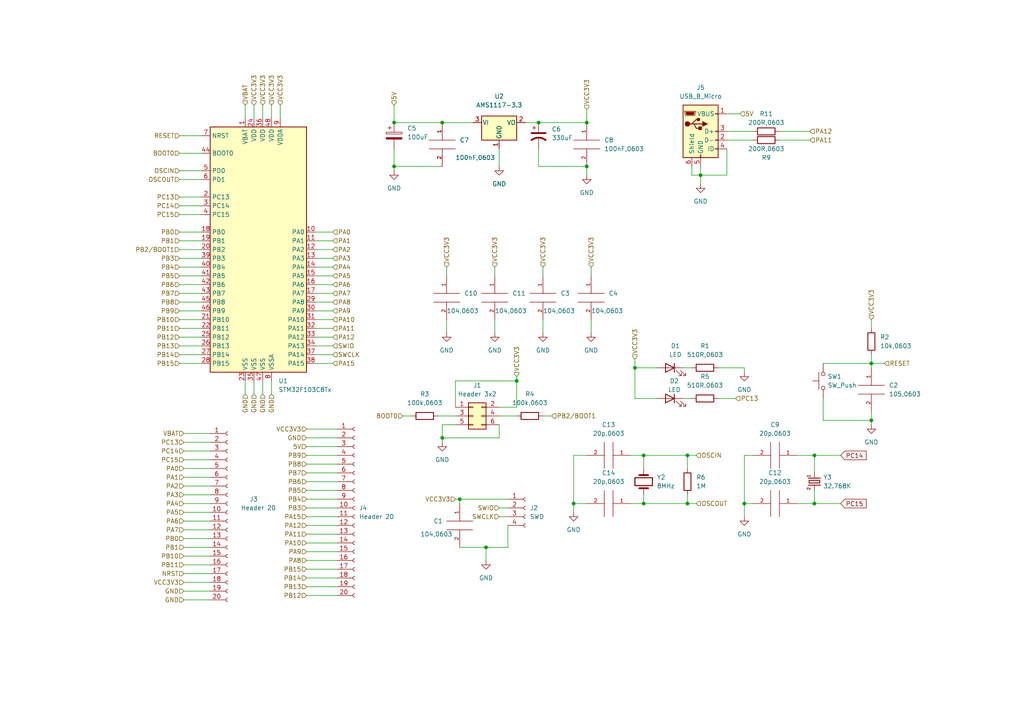
<source format=kicad_sch>
(kicad_sch (version 20211123) (generator eeschema)
  (paper "A4")
  (title_block (title "STM32 clone") (date "2022-02-02") (rev "V1") (comment 1 "Wahyu Saputro"))
  (lib_symbols
    (symbol "Connector:Conn_01x04_Female" (pin_names (offset 1.016) hide)
      (property "Reference" "J" (at 0 5.08 0))
      (property "Value" "Conn_01x04_Female" (at 0 -7.62 0))
      (symbol "Conn_01x04_Female_1_1"
        (arc (start 0 -4.572) (mid -0.508 -5.08) (end 0 -5.588) (stroke (width 0.1524)))
        (arc (start 0 -2.032) (mid -0.508 -2.54) (end 0 -3.048) (stroke (width 0.1524)))
        (polyline (pts (xy -1.27 -5.08) (xy -0.508 -5.08)) (stroke (width 0.1524)))
        (polyline (pts (xy -1.27 -2.54) (xy -0.508 -2.54)) (stroke (width 0.1524)))
        (polyline (pts (xy -1.27 0) (xy -0.508 0)) (stroke (width 0.1524)))
        (polyline (pts (xy -1.27 2.54) (xy -0.508 2.54)) (stroke (width 0.1524)))
        (arc (start 0 0.508) (mid -0.508 0) (end 0 -0.508) (stroke (width 0.1524)))
        (arc (start 0 3.048) (mid -0.508 2.54) (end 0 2.032) (stroke (width 0.1524)))
        (pin passive line (at -5.08 2.54 0) (length 3.81) (name "Pin_1") (number "1"))
        (pin passive line (at -5.08 0 0) (length 3.81) (name "Pin_2") (number "2"))
        (pin passive line (at -5.08 -2.54 0) (length 3.81) (name "Pin_3") (number "3"))
        (pin passive line (at -5.08 -5.08 0) (length 3.81) (name "Pin_4") (number "4"))
      )
    )
    (symbol "Connector:Conn_01x20_Female" (pin_names (offset 1.016) hide)
      (property "Reference" "J" (at 0 25.4 0))
      (property "Value" "Conn_01x20_Female" (at 0 -27.94 0))
      (symbol "Conn_01x20_Female_1_1"
        (arc (start 0 -24.892) (mid -0.508 -25.4) (end 0 -25.908) (stroke (width 0.1524)))
        (arc (start 0 -22.352) (mid -0.508 -22.86) (end 0 -23.368) (stroke (width 0.1524)))
        (arc (start 0 -19.812) (mid -0.508 -20.32) (end 0 -20.828) (stroke (width 0.1524)))
        (arc (start 0 -17.272) (mid -0.508 -17.78) (end 0 -18.288) (stroke (width 0.1524)))
        (arc (start 0 -14.732) (mid -0.508 -15.24) (end 0 -15.748) (stroke (width 0.1524)))
        (arc (start 0 -12.192) (mid -0.508 -12.7) (end 0 -13.208) (stroke (width 0.1524)))
        (arc (start 0 -9.652) (mid -0.508 -10.16) (end 0 -10.668) (stroke (width 0.1524)))
        (arc (start 0 -7.112) (mid -0.508 -7.62) (end 0 -8.128) (stroke (width 0.1524)))
        (arc (start 0 -4.572) (mid -0.508 -5.08) (end 0 -5.588) (stroke (width 0.1524)))
        (arc (start 0 -2.032) (mid -0.508 -2.54) (end 0 -3.048) (stroke (width 0.1524)))
        (polyline (pts (xy -1.27 -25.4) (xy -0.508 -25.4)) (stroke (width 0.1524)))
        (polyline (pts (xy -1.27 -22.86) (xy -0.508 -22.86)) (stroke (width 0.1524)))
        (polyline (pts (xy -1.27 -20.32) (xy -0.508 -20.32)) (stroke (width 0.1524)))
        (polyline (pts (xy -1.27 -17.78) (xy -0.508 -17.78)) (stroke (width 0.1524)))
        (polyline (pts (xy -1.27 -15.24) (xy -0.508 -15.24)) (stroke (width 0.1524)))
        (polyline (pts (xy -1.27 -12.7) (xy -0.508 -12.7)) (stroke (width 0.1524)))
        (polyline (pts (xy -1.27 -10.16) (xy -0.508 -10.16)) (stroke (width 0.1524)))
        (polyline (pts (xy -1.27 -7.62) (xy -0.508 -7.62)) (stroke (width 0.1524)))
        (polyline (pts (xy -1.27 -5.08) (xy -0.508 -5.08)) (stroke (width 0.1524)))
        (polyline (pts (xy -1.27 -2.54) (xy -0.508 -2.54)) (stroke (width 0.1524)))
        (polyline (pts (xy -1.27 0) (xy -0.508 0)) (stroke (width 0.1524)))
        (polyline (pts (xy -1.27 2.54) (xy -0.508 2.54)) (stroke (width 0.1524)))
        (polyline (pts (xy -1.27 5.08) (xy -0.508 5.08)) (stroke (width 0.1524)))
        (polyline (pts (xy -1.27 7.62) (xy -0.508 7.62)) (stroke (width 0.1524)))
        (polyline (pts (xy -1.27 10.16) (xy -0.508 10.16)) (stroke (width 0.1524)))
        (polyline (pts (xy -1.27 12.7) (xy -0.508 12.7)) (stroke (width 0.1524)))
        (polyline (pts (xy -1.27 15.24) (xy -0.508 15.24)) (stroke (width 0.1524)))
        (polyline (pts (xy -1.27 17.78) (xy -0.508 17.78)) (stroke (width 0.1524)))
        (polyline (pts (xy -1.27 20.32) (xy -0.508 20.32)) (stroke (width 0.1524)))
        (polyline (pts (xy -1.27 22.86) (xy -0.508 22.86)) (stroke (width 0.1524)))
        (arc (start 0 0.508) (mid -0.508 0) (end 0 -0.508) (stroke (width 0.1524)))
        (arc (start 0 3.048) (mid -0.508 2.54) (end 0 2.032) (stroke (width 0.1524)))
        (arc (start 0 5.588) (mid -0.508 5.08) (end 0 4.572) (stroke (width 0.1524)))
        (arc (start 0 8.128) (mid -0.508 7.62) (end 0 7.112) (stroke (width 0.1524)))
        (arc (start 0 10.668) (mid -0.508 10.16) (end 0 9.652) (stroke (width 0.1524)))
        (arc (start 0 13.208) (mid -0.508 12.7) (end 0 12.192) (stroke (width 0.1524)))
        (arc (start 0 15.748) (mid -0.508 15.24) (end 0 14.732) (stroke (width 0.1524)))
        (arc (start 0 18.288) (mid -0.508 17.78) (end 0 17.272) (stroke (width 0.1524)))
        (arc (start 0 20.828) (mid -0.508 20.32) (end 0 19.812) (stroke (width 0.1524)))
        (arc (start 0 23.368) (mid -0.508 22.86) (end 0 22.352) (stroke (width 0.1524)))
        (pin passive line (at -5.08 22.86 0) (length 3.81) (name "Pin_1") (number "1"))
        (pin passive line (at -5.08 0 0) (length 3.81) (name "Pin_10") (number "10"))
        (pin passive line (at -5.08 -2.54 0) (length 3.81) (name "Pin_11") (number "11"))
        (pin passive line (at -5.08 -5.08 0) (length 3.81) (name "Pin_12") (number "12"))
        (pin passive line (at -5.08 -7.62 0) (length 3.81) (name "Pin_13") (number "13"))
        (pin passive line (at -5.08 -10.16 0) (length 3.81) (name "Pin_14") (number "14"))
        (pin passive line (at -5.08 -12.7 0) (length 3.81) (name "Pin_15") (number "15"))
        (pin passive line (at -5.08 -15.24 0) (length 3.81) (name "Pin_16") (number "16"))
        (pin passive line (at -5.08 -17.78 0) (length 3.81) (name "Pin_17") (number "17"))
        (pin passive line (at -5.08 -20.32 0) (length 3.81) (name "Pin_18") (number "18"))
        (pin passive line (at -5.08 -22.86 0) (length 3.81) (name "Pin_19") (number "19"))
        (pin passive line (at -5.08 20.32 0) (length 3.81) (name "Pin_2") (number "2"))
        (pin passive line (at -5.08 -25.4 0) (length 3.81) (name "Pin_20") (number "20"))
        (pin passive line (at -5.08 17.78 0) (length 3.81) (name "Pin_3") (number "3"))
        (pin passive line (at -5.08 15.24 0) (length 3.81) (name "Pin_4") (number "4"))
        (pin passive line (at -5.08 12.7 0) (length 3.81) (name "Pin_5") (number "5"))
        (pin passive line (at -5.08 10.16 0) (length 3.81) (name "Pin_6") (number "6"))
        (pin passive line (at -5.08 7.62 0) (length 3.81) (name "Pin_7") (number "7"))
        (pin passive line (at -5.08 5.08 0) (length 3.81) (name "Pin_8") (number "8"))
        (pin passive line (at -5.08 2.54 0) (length 3.81) (name "Pin_9") (number "9"))
      )
    )
    (symbol "Connector:USB_B_Micro" (pin_names (offset 1.016))
      (property "Reference" "J" (at -5.08 11.43 0))
      (property "Value" "USB_B_Micro" (at -5.08 8.89 0))
      (symbol "USB_B_Micro_0_1"
        (rectangle (start -5.08 -7.62) (end 5.08 7.62) (stroke (width 0.254)) (fill (type background)))
        (circle (center -3.81 2.159) (radius 0.635) (stroke (width 0.254)) (fill (type outline)))
        (circle (center -0.635 3.429) (radius 0.381) (stroke (width 0.254)) (fill (type outline)))
        (rectangle (start -0.127 -7.62) (end 0.127 -6.858))
        (polyline (pts (xy -1.905 2.159) (xy 0.635 2.159)) (stroke (width 0.254)))
        (polyline (pts (xy -3.175 2.159) (xy -2.54 2.159) (xy -1.27 3.429) (xy -0.635 3.429)) (stroke (width 0.254)))
        (polyline (pts (xy -2.54 2.159) (xy -1.905 2.159) (xy -1.27 0.889) (xy 0 0.889)) (stroke (width 0.254)))
        (polyline (pts (xy 0.635 2.794) (xy 0.635 1.524) (xy 1.905 2.159) (xy 0.635 2.794)) (stroke (width 0.254)) (fill (type outline)))
        (polyline (pts (xy -4.318 5.588) (xy -1.778 5.588) (xy -2.032 4.826) (xy -4.064 4.826) (xy -4.318 5.588)) (fill (type outline)))
        (polyline (pts (xy -4.699 5.842) (xy -4.699 5.588) (xy -4.445 4.826) (xy -4.445 4.572) (xy -1.651 4.572) (xy -1.651 4.826) (xy -1.397 5.588) (xy -1.397 5.842) (xy -4.699 5.842)))
        (rectangle (start 0.254 1.27) (end -0.508 0.508) (stroke (width 0.254)) (fill (type outline)))
        (rectangle (start 5.08 -5.207) (end 4.318 -4.953))
        (rectangle (start 5.08 -2.667) (end 4.318 -2.413))
        (rectangle (start 5.08 -0.127) (end 4.318 0.127))
        (rectangle (start 5.08 4.953) (end 4.318 5.207))
      )
      (symbol "USB_B_Micro_1_1"
        (pin power_out line (at 7.62 5.08 180) (length 2.54) (name "VBUS") (number "1"))
        (pin bidirectional line (at 7.62 -2.54 180) (length 2.54) (name "D-") (number "2"))
        (pin bidirectional line (at 7.62 0 180) (length 2.54) (name "D+") (number "3"))
        (pin passive line (at 7.62 -5.08 180) (length 2.54) (name "ID") (number "4"))
        (pin power_out line (at 0 -10.16 90) (length 2.54) (name "GND") (number "5"))
        (pin passive line (at -2.54 -10.16 90) (length 2.54) (name "Shield") (number "6"))
      )
    )
    (symbol "Connector_Generic:Conn_02x03_Odd_Even" (pin_names (offset 1.016) hide)
      (property "Reference" "J" (at 1.27 5.08 0))
      (property "Value" "Conn_02x03_Odd_Even" (at 1.27 -5.08 0))
      (symbol "Conn_02x03_Odd_Even_1_1"
        (rectangle (start -1.27 -2.413) (end 0 -2.667) (stroke (width 0.1524)))
        (rectangle (start -1.27 0.127) (end 0 -0.127) (stroke (width 0.1524)))
        (rectangle (start -1.27 2.667) (end 0 2.413) (stroke (width 0.1524)))
        (rectangle (start -1.27 3.81) (end 3.81 -3.81) (stroke (width 0.254)) (fill (type background)))
        (rectangle (start 3.81 -2.413) (end 2.54 -2.667) (stroke (width 0.1524)))
        (rectangle (start 3.81 0.127) (end 2.54 -0.127) (stroke (width 0.1524)))
        (rectangle (start 3.81 2.667) (end 2.54 2.413) (stroke (width 0.1524)))
        (pin passive line (at -5.08 2.54 0) (length 3.81) (name "Pin_1") (number "1"))
        (pin passive line (at 7.62 2.54 180) (length 3.81) (name "Pin_2") (number "2"))
        (pin passive line (at -5.08 0 0) (length 3.81) (name "Pin_3") (number "3"))
        (pin passive line (at 7.62 0 180) (length 3.81) (name "Pin_4") (number "4"))
        (pin passive line (at -5.08 -2.54 0) (length 3.81) (name "Pin_5") (number "5"))
        (pin passive line (at 7.62 -2.54 180) (length 3.81) (name "Pin_6") (number "6"))
      )
    )
    (symbol "Device:C_Polarized" (pin_numbers hide) (pin_names (offset 0.254))
      (property "Reference" "C" (at 0.635 2.54 0))
      (property "Value" "C_Polarized" (at 0.635 -2.54 0))
      (symbol "C_Polarized_0_1"
        (rectangle (start -2.286 0.508) (end 2.286 1.016))
        (polyline (pts (xy -1.778 2.286) (xy -0.762 2.286)))
        (polyline (pts (xy -1.27 2.794) (xy -1.27 1.778)))
        (rectangle (start 2.286 -0.508) (end -2.286 -1.016) (fill (type outline)))
      )
      (symbol "C_Polarized_1_1"
        (pin passive line (at 0 3.81 270) (length 2.794) (name "~") (number "1"))
        (pin passive line (at 0 -3.81 90) (length 2.794) (name "~") (number "2"))
      )
    )
    (symbol "Device:C_Polarized_US" (pin_numbers hide) (pin_names (offset 0.254) hide)
      (property "Reference" "C" (at 0.635 2.54 0))
      (property "Value" "C_Polarized_US" (at 0.635 -2.54 0))
      (symbol "C_Polarized_US_0_1"
        (polyline (pts (xy -2.032 0.762) (xy 2.032 0.762)) (stroke (width 0.508)))
        (polyline (pts (xy -1.778 2.286) (xy -0.762 2.286)))
        (polyline (pts (xy -1.27 1.778) (xy -1.27 2.794)))
        (arc (start 2.032 -1.27) (mid 0 -0.5572) (end -2.032 -1.27) (stroke (width 0.508)))
      )
      (symbol "C_Polarized_US_1_1"
        (pin passive line (at 0 3.81 270) (length 2.794) (name "~") (number "1"))
        (pin passive line (at 0 -3.81 90) (length 3.302) (name "~") (number "2"))
      )
    )
    (symbol "Device:Crystal" (pin_numbers hide) (pin_names (offset 1.016) hide)
      (property "Reference" "Y" (at 0 3.81 0))
      (property "Value" "Crystal" (at 0 -3.81 0))
      (symbol "Crystal_0_1"
        (rectangle (start -1.143 2.54) (end 1.143 -2.54) (stroke (width 0.3048)))
        (polyline (pts (xy -2.54 0) (xy -1.905 0)))
        (polyline (pts (xy -1.905 -1.27) (xy -1.905 1.27)) (stroke (width 0.508)))
        (polyline (pts (xy 1.905 -1.27) (xy 1.905 1.27)) (stroke (width 0.508)))
        (polyline (pts (xy 2.54 0) (xy 1.905 0)))
      )
      (symbol "Crystal_1_1"
        (pin passive line (at -3.81 0 0) (length 1.27) (name "1") (number "1"))
        (pin passive line (at 3.81 0 180) (length 1.27) (name "2") (number "2"))
      )
    )
    (symbol "Device:LED" (pin_numbers hide) (pin_names (offset 1.016) hide)
      (property "Reference" "D" (at 0 2.54 0))
      (property "Value" "LED" (at 0 -2.54 0))
      (symbol "LED_0_1"
        (polyline (pts (xy -1.27 -1.27) (xy -1.27 1.27)) (stroke (width 0.254)))
        (polyline (pts (xy -1.27 0) (xy 1.27 0)))
        (polyline (pts (xy 1.27 -1.27) (xy 1.27 1.27) (xy -1.27 0) (xy 1.27 -1.27)) (stroke (width 0.254)))
        (polyline (pts (xy -3.048 -0.762) (xy -4.572 -2.286) (xy -3.81 -2.286) (xy -4.572 -2.286) (xy -4.572 -1.524)))
        (polyline (pts (xy -1.778 -0.762) (xy -3.302 -2.286) (xy -2.54 -2.286) (xy -3.302 -2.286) (xy -3.302 -1.524)))
      )
      (symbol "LED_1_1"
        (pin passive line (at -3.81 0 0) (length 2.54) (name "K") (number "1"))
        (pin passive line (at 3.81 0 180) (length 2.54) (name "A") (number "2"))
      )
    )
    (symbol "Device:R" (pin_numbers hide) (pin_names (offset 0))
      (property "Reference" "R" (at 2.032 0 90))
      (property "Value" "R" (at 0 0 90))
      (symbol "R_0_1"
        (rectangle (start -1.016 -2.54) (end 1.016 2.54) (stroke (width 0.254)))
      )
      (symbol "R_1_1"
        (pin passive line (at 0 3.81 270) (length 1.27) (name "~") (number "1"))
        (pin passive line (at 0 -3.81 90) (length 1.27) (name "~") (number "2"))
      )
    )
    (symbol "MC-306:MC-306" (pin_numbers hide) (pin_names (offset 1.016) hide)
      (property "Reference" "Q" (at 2.54 1.016 0))
      (property "Value" "MC-306" (at 2.54 -2.54 0))
      (symbol "MC-306_0_0"
        (polyline (pts (xy -2.54 0) (xy -1.016 0)) (stroke (width 0.1524)))
        (polyline (pts (xy -1.016 1.778) (xy -1.016 -1.778)) (stroke (width 0.254)))
        (polyline (pts (xy -0.381 -1.524) (xy 0.381 -1.524)) (stroke (width 0.254)))
        (polyline (pts (xy -0.381 1.524) (xy -0.381 -1.524)) (stroke (width 0.254)))
        (polyline (pts (xy 0.381 -1.524) (xy 0.381 1.524)) (stroke (width 0.254)))
        (polyline (pts (xy 0.381 1.524) (xy -0.381 1.524)) (stroke (width 0.254)))
        (polyline (pts (xy 1.016 0) (xy 2.54 0)) (stroke (width 0.1524)))
        (polyline (pts (xy 1.016 1.778) (xy 1.016 -1.778)) (stroke (width 0.254)))
        (text "1" (at -2.159 -1.143 0) (effects (font (size 0.8636 0.8636)) (justify left bottom)))
        (text "2" (at 1.524 -1.143 0) (effects (font (size 0.8636 0.8636)) (justify left bottom)))
        (pin passive line (at -2.54 0 0) (length 0) (name "~") (number "1"))
        (pin passive line (at 2.54 0 180) (length 0) (name "~") (number "4"))
      )
    )
    (symbol "MCU_ST_STM32F1:STM32F103C8Tx"
      (property "Reference" "U" (at -15.24 36.83 0))
      (property "Value" "STM32F103C8Tx" (at 7.62 36.83 0))
      (symbol "STM32F103C8Tx_0_1"
        (rectangle (start -15.24 -35.56) (end 12.7 35.56) (stroke (width 0.254)) (fill (type background)))
      )
      (symbol "STM32F103C8Tx_1_1"
        (pin power_in line (at -5.08 38.1 270) (length 2.54) (name "VBAT") (number "1"))
        (pin bidirectional line (at 15.24 5.08 180) (length 2.54) (name "PA0") (number "10"))
        (pin bidirectional line (at 15.24 2.54 180) (length 2.54) (name "PA1") (number "11"))
        (pin bidirectional line (at 15.24 0 180) (length 2.54) (name "PA2") (number "12"))
        (pin bidirectional line (at 15.24 -2.54 180) (length 2.54) (name "PA3") (number "13"))
        (pin bidirectional line (at 15.24 -5.08 180) (length 2.54) (name "PA4") (number "14"))
        (pin bidirectional line (at 15.24 -7.62 180) (length 2.54) (name "PA5") (number "15"))
        (pin bidirectional line (at 15.24 -10.16 180) (length 2.54) (name "PA6") (number "16"))
        (pin bidirectional line (at 15.24 -12.7 180) (length 2.54) (name "PA7") (number "17"))
        (pin bidirectional line (at -17.78 5.08 0) (length 2.54) (name "PB0") (number "18"))
        (pin bidirectional line (at -17.78 2.54 0) (length 2.54) (name "PB1") (number "19"))
        (pin bidirectional line (at -17.78 15.24 0) (length 2.54) (name "PC13") (number "2"))
        (pin bidirectional line (at -17.78 0 0) (length 2.54) (name "PB2") (number "20"))
        (pin bidirectional line (at -17.78 -20.32 0) (length 2.54) (name "PB10") (number "21"))
        (pin bidirectional line (at -17.78 -22.86 0) (length 2.54) (name "PB11") (number "22"))
        (pin power_in line (at -5.08 -38.1 90) (length 2.54) (name "VSS") (number "23"))
        (pin power_in line (at -2.54 38.1 270) (length 2.54) (name "VDD") (number "24"))
        (pin bidirectional line (at -17.78 -25.4 0) (length 2.54) (name "PB12") (number "25"))
        (pin bidirectional line (at -17.78 -27.94 0) (length 2.54) (name "PB13") (number "26"))
        (pin bidirectional line (at -17.78 -30.48 0) (length 2.54) (name "PB14") (number "27"))
        (pin bidirectional line (at -17.78 -33.02 0) (length 2.54) (name "PB15") (number "28"))
        (pin bidirectional line (at 15.24 -15.24 180) (length 2.54) (name "PA8") (number "29"))
        (pin bidirectional line (at -17.78 12.7 0) (length 2.54) (name "PC14") (number "3"))
        (pin bidirectional line (at 15.24 -17.78 180) (length 2.54) (name "PA9") (number "30"))
        (pin bidirectional line (at 15.24 -20.32 180) (length 2.54) (name "PA10") (number "31"))
        (pin bidirectional line (at 15.24 -22.86 180) (length 2.54) (name "PA11") (number "32"))
        (pin bidirectional line (at 15.24 -25.4 180) (length 2.54) (name "PA12") (number "33"))
        (pin bidirectional line (at 15.24 -27.94 180) (length 2.54) (name "PA13") (number "34"))
        (pin power_in line (at -2.54 -38.1 90) (length 2.54) (name "VSS") (number "35"))
        (pin power_in line (at 0 38.1 270) (length 2.54) (name "VDD") (number "36"))
        (pin bidirectional line (at 15.24 -30.48 180) (length 2.54) (name "PA14") (number "37"))
        (pin bidirectional line (at 15.24 -33.02 180) (length 2.54) (name "PA15") (number "38"))
        (pin bidirectional line (at -17.78 -2.54 0) (length 2.54) (name "PB3") (number "39"))
        (pin bidirectional line (at -17.78 10.16 0) (length 2.54) (name "PC15") (number "4"))
        (pin bidirectional line (at -17.78 -5.08 0) (length 2.54) (name "PB4") (number "40"))
        (pin bidirectional line (at -17.78 -7.62 0) (length 2.54) (name "PB5") (number "41"))
        (pin bidirectional line (at -17.78 -10.16 0) (length 2.54) (name "PB6") (number "42"))
        (pin bidirectional line (at -17.78 -12.7 0) (length 2.54) (name "PB7") (number "43"))
        (pin input line (at -17.78 27.94 0) (length 2.54) (name "BOOT0") (number "44"))
        (pin bidirectional line (at -17.78 -15.24 0) (length 2.54) (name "PB8") (number "45"))
        (pin bidirectional line (at -17.78 -17.78 0) (length 2.54) (name "PB9") (number "46"))
        (pin power_in line (at 0 -38.1 90) (length 2.54) (name "VSS") (number "47"))
        (pin power_in line (at 2.54 38.1 270) (length 2.54) (name "VDD") (number "48"))
        (pin input line (at -17.78 22.86 0) (length 2.54) (name "PD0") (number "5"))
        (pin input line (at -17.78 20.32 0) (length 2.54) (name "PD1") (number "6"))
        (pin input line (at -17.78 33.02 0) (length 2.54) (name "NRST") (number "7"))
        (pin power_in line (at 2.54 -38.1 90) (length 2.54) (name "VSSA") (number "8"))
        (pin power_in line (at 5.08 38.1 270) (length 2.54) (name "VDDA") (number "9"))
      )
    )
    (symbol "Regulator_Linear:AMS1117-3.3" (pin_names (offset 0.254))
      (property "Reference" "U" (at -3.81 3.175 0))
      (property "Value" "AMS1117-3.3" (at 0 3.175 0))
      (symbol "AMS1117-3.3_0_1"
        (rectangle (start -5.08 -5.08) (end 5.08 1.905) (stroke (width 0.254)) (fill (type background)))
      )
      (symbol "AMS1117-3.3_1_1"
        (pin power_in line (at 0 -7.62 90) (length 2.54) (name "GND") (number "1"))
        (pin power_out line (at 7.62 0 180) (length 2.54) (name "VO") (number "2"))
        (pin power_in line (at -7.62 0 0) (length 2.54) (name "VI") (number "3"))
      )
    )
    (symbol "Switch:SW_Push" (pin_numbers hide) (pin_names (offset 1.016) hide)
      (property "Reference" "SW" (at 1.27 2.54 0))
      (property "Value" "SW_Push" (at 0 -1.524 0))
      (symbol "SW_Push_0_1"
        (circle (center -2.032 0) (radius 0.508))
        (polyline (pts (xy 0 1.27) (xy 0 3.048)))
        (polyline (pts (xy 2.54 1.27) (xy -2.54 1.27)))
        (circle (center 2.032 0) (radius 0.508))
        (pin passive line (at -5.08 0 0) (length 2.54) (name "1") (number "1"))
        (pin passive line (at 5.08 0 180) (length 2.54) (name "2") (number "2"))
      )
    )
    (symbol "power:GND" (power) (pin_names (offset 0))
      (property "Value" "GND" (at 0 -3.81 0))
      (symbol "GND_0_1"
        (polyline (pts (xy 0 0) (xy 0 -1.27) (xy 1.27 -1.27) (xy 0 -2.54) (xy -1.27 -1.27) (xy 0 -1.27)))
      )
      (symbol "GND_1_1"
        (pin power_in line (at 0 0 270) (length 0) hide (name "GND") (number "1"))
      )
    )
    (symbol "pspice:CAP" (pin_names (offset 0.254))
      (property "Reference" "C" (at 2.54 3.81 90))
      (property "Value" "CAP" (at 2.54 -3.81 90))
      (symbol "CAP_0_1"
        (polyline (pts (xy -3.81 -1.27) (xy 3.81 -1.27)))
        (polyline (pts (xy -3.81 1.27) (xy 3.81 1.27)))
      )
      (symbol "CAP_1_1"
        (pin passive line (at 0 6.35 270) (length 5.08) (name "~") (number "1"))
        (pin passive line (at 0 -6.35 90) (length 5.08) (name "~") (number "2"))
      )
    )
  )
  (junction (at 199.39 146.05))
  (junction (at 140.97 158.75))
  (junction (at 215.9 146.05))
  (junction (at 184.15 106.68))
  (junction (at 166.37 146.05))
  (junction (at 203.2 50.8))
  (junction (at 128.27 127))
  (junction (at 133.35 144.78))
  (junction (at 170.18 48.26))
  (junction (at 186.69 132.08))
  (junction (at 128.27 35.56))
  (junction (at 252.73 121.92))
  (junction (at 114.3 48.26))
  (junction (at 186.69 146.05))
  (junction (at 236.22 132.08))
  (junction (at 114.3 35.56))
  (junction (at 149.86 110.49))
  (junction (at 236.22 146.05))
  (junction (at 199.39 132.08))
  (junction (at 170.18 35.56))
  (junction (at 252.73 105.41))
  (junction (at 156.21 35.56))
  (wire (pts (xy 144.78 127) (xy 128.27 127)))
  (wire (pts (xy 52.07 77.47) (xy 58.42 77.47)))
  (wire (pts (xy 53.34 171.45) (xy 60.96 171.45)))
  (wire (pts (xy 88.9 142.24) (xy 97.79 142.24)))
  (wire (pts (xy 91.44 92.71) (xy 96.52 92.71)))
  (wire (pts (xy 114.3 48.26) (xy 114.3 49.53)))
  (wire (pts (xy 132.08 118.11) (xy 132.08 110.49)))
  (wire (pts (xy 203.2 50.8) (xy 203.2 53.34)))
  (wire (pts (xy 133.35 144.78) (xy 147.32 144.78)))
  (wire (pts (xy 132.08 144.78) (xy 133.35 144.78)))
  (wire (pts (xy 238.76 121.92) (xy 252.73 121.92)))
  (wire (pts (xy 252.73 105.41) (xy 252.73 106.68)))
  (wire (pts (xy 114.3 30.48) (xy 114.3 35.56)))
  (wire (pts (xy 208.28 115.57) (xy 213.36 115.57)))
  (wire (pts (xy 186.69 132.08) (xy 199.39 132.08)))
  (wire (pts (xy 53.34 133.35) (xy 60.96 133.35)))
  (wire (pts (xy 170.18 132.08) (xy 166.37 132.08)))
  (wire (pts (xy 52.07 52.07) (xy 58.42 52.07)))
  (wire (pts (xy 52.07 105.41) (xy 58.42 105.41)))
  (wire (pts (xy 53.34 153.67) (xy 60.96 153.67)))
  (wire (pts (xy 210.82 38.1) (xy 218.44 38.1)))
  (wire (pts (xy 53.34 158.75) (xy 60.96 158.75)))
  (wire (pts (xy 198.12 106.68) (xy 200.66 106.68)))
  (wire (pts (xy 166.37 132.08) (xy 166.37 146.05)))
  (wire (pts (xy 170.18 48.26) (xy 156.21 48.26)))
  (wire (pts (xy 182.88 146.05) (xy 186.69 146.05)))
  (wire (pts (xy 88.9 162.56) (xy 97.79 162.56)))
  (wire (pts (xy 170.18 48.26) (xy 170.18 50.8)))
  (wire (pts (xy 52.07 59.69) (xy 58.42 59.69)))
  (wire (pts (xy 91.44 95.25) (xy 96.52 95.25)))
  (wire (pts (xy 76.2 30.48) (xy 76.2 34.29)))
  (wire (pts (xy 132.08 123.19) (xy 128.27 123.19)))
  (wire (pts (xy 52.07 97.79) (xy 58.42 97.79)))
  (wire (pts (xy 52.07 69.85) (xy 58.42 69.85)))
  (wire (pts (xy 91.44 105.41) (xy 96.52 105.41)))
  (wire (pts (xy 52.07 102.87) (xy 58.42 102.87)))
  (wire (pts (xy 144.78 118.11) (xy 149.86 118.11)))
  (wire (pts (xy 170.18 31.75) (xy 170.18 35.56)))
  (wire (pts (xy 199.39 143.51) (xy 199.39 146.05)))
  (wire (pts (xy 210.82 40.64) (xy 218.44 40.64)))
  (wire (pts (xy 88.9 132.08) (xy 97.79 132.08)))
  (wire (pts (xy 182.88 132.08) (xy 186.69 132.08)))
  (wire (pts (xy 88.9 172.72) (xy 97.79 172.72)))
  (wire (pts (xy 52.07 90.17) (xy 58.42 90.17)))
  (wire (pts (xy 78.74 30.48) (xy 78.74 34.29)))
  (wire (pts (xy 88.9 165.1) (xy 97.79 165.1)))
  (wire (pts (xy 52.07 72.39) (xy 58.42 72.39)))
  (wire (pts (xy 129.54 92.71) (xy 129.54 96.52)))
  (wire (pts (xy 52.07 85.09) (xy 58.42 85.09)))
  (wire (pts (xy 215.9 146.05) (xy 218.44 146.05)))
  (wire (pts (xy 52.07 62.23) (xy 58.42 62.23)))
  (wire (pts (xy 166.37 146.05) (xy 166.37 148.59)))
  (wire (pts (xy 53.34 128.27) (xy 60.96 128.27)))
  (wire (pts (xy 128.27 48.26) (xy 114.3 48.26)))
  (wire (pts (xy 238.76 115.57) (xy 238.76 121.92)))
  (wire (pts (xy 88.9 152.4) (xy 97.79 152.4)))
  (wire (pts (xy 200.66 48.26) (xy 200.66 50.8)))
  (wire (pts (xy 52.07 49.53) (xy 58.42 49.53)))
  (wire (pts (xy 91.44 90.17) (xy 96.52 90.17)))
  (wire (pts (xy 252.73 92.71) (xy 252.73 95.25)))
  (wire (pts (xy 171.45 92.71) (xy 171.45 96.52)))
  (wire (pts (xy 53.34 143.51) (xy 60.96 143.51)))
  (wire (pts (xy 88.9 170.18) (xy 97.79 170.18)))
  (wire (pts (xy 199.39 132.08) (xy 199.39 135.89)))
  (wire (pts (xy 91.44 82.55) (xy 96.52 82.55)))
  (wire (pts (xy 149.86 118.11) (xy 149.86 110.49)))
  (wire (pts (xy 91.44 67.31) (xy 96.52 67.31)))
  (wire (pts (xy 91.44 80.01) (xy 96.52 80.01)))
  (wire (pts (xy 88.9 139.7) (xy 97.79 139.7)))
  (wire (pts (xy 236.22 146.05) (xy 243.84 146.05)))
  (wire (pts (xy 143.51 92.71) (xy 143.51 96.52)))
  (wire (pts (xy 71.12 30.48) (xy 71.12 34.29)))
  (wire (pts (xy 236.22 142.24) (xy 236.22 146.05)))
  (wire (pts (xy 52.07 100.33) (xy 58.42 100.33)))
  (wire (pts (xy 52.07 80.01) (xy 58.42 80.01)))
  (wire (pts (xy 78.74 110.49) (xy 78.74 114.3)))
  (wire (pts (xy 156.21 48.26) (xy 156.21 43.18)))
  (wire (pts (xy 226.06 40.64) (xy 234.95 40.64)))
  (wire (pts (xy 144.78 147.32) (xy 147.32 147.32)))
  (wire (pts (xy 91.44 74.93) (xy 96.52 74.93)))
  (wire (pts (xy 88.9 157.48) (xy 97.79 157.48)))
  (wire (pts (xy 91.44 100.33) (xy 96.52 100.33)))
  (wire (pts (xy 91.44 87.63) (xy 96.52 87.63)))
  (wire (pts (xy 53.34 156.21) (xy 60.96 156.21)))
  (wire (pts (xy 52.07 57.15) (xy 58.42 57.15)))
  (wire (pts (xy 88.9 127) (xy 97.79 127)))
  (wire (pts (xy 133.35 158.75) (xy 140.97 158.75)))
  (wire (pts (xy 236.22 132.08) (xy 236.22 137.16)))
  (wire (pts (xy 203.2 50.8) (xy 203.2 48.26)))
  (wire (pts (xy 252.73 105.41) (xy 256.54 105.41)))
  (wire (pts (xy 186.69 132.08) (xy 186.69 135.89)))
  (wire (pts (xy 252.73 121.92) (xy 252.73 119.38)))
  (wire (pts (xy 71.12 110.49) (xy 71.12 114.3)))
  (wire (pts (xy 147.32 152.4) (xy 147.32 158.75)))
  (wire (pts (xy 200.66 50.8) (xy 203.2 50.8)))
  (wire (pts (xy 88.9 129.54) (xy 97.79 129.54)))
  (wire (pts (xy 73.66 110.49) (xy 73.66 114.3)))
  (wire (pts (xy 91.44 77.47) (xy 96.52 77.47)))
  (wire (pts (xy 171.45 77.47) (xy 171.45 80.01)))
  (wire (pts (xy 91.44 69.85) (xy 96.52 69.85)))
  (wire (pts (xy 236.22 132.08) (xy 243.84 132.08)))
  (wire (pts (xy 88.9 149.86) (xy 97.79 149.86)))
  (wire (pts (xy 156.21 35.56) (xy 170.18 35.56)))
  (wire (pts (xy 147.32 158.75) (xy 140.97 158.75)))
  (wire (pts (xy 184.15 115.57) (xy 184.15 106.68)))
  (wire (pts (xy 144.78 43.18) (xy 144.78 48.26)))
  (wire (pts (xy 208.28 106.68) (xy 215.9 106.68)))
  (wire (pts (xy 166.37 146.05) (xy 170.18 146.05)))
  (wire (pts (xy 157.48 92.71) (xy 157.48 96.52)))
  (wire (pts (xy 129.54 77.47) (xy 129.54 80.01)))
  (wire (pts (xy 238.76 105.41) (xy 252.73 105.41)))
  (wire (pts (xy 81.28 30.48) (xy 81.28 34.29)))
  (wire (pts (xy 91.44 72.39) (xy 96.52 72.39)))
  (wire (pts (xy 88.9 160.02) (xy 97.79 160.02)))
  (wire (pts (xy 91.44 85.09) (xy 96.52 85.09)))
  (wire (pts (xy 143.51 77.47) (xy 143.51 80.01)))
  (wire (pts (xy 53.34 168.91) (xy 60.96 168.91)))
  (wire (pts (xy 88.9 137.16) (xy 97.79 137.16)))
  (wire (pts (xy 149.86 110.49) (xy 149.86 109.22)))
  (wire (pts (xy 53.34 161.29) (xy 60.96 161.29)))
  (wire (pts (xy 215.9 146.05) (xy 215.9 149.86)))
  (wire (pts (xy 144.78 123.19) (xy 144.78 127)))
  (wire (pts (xy 128.27 35.56) (xy 137.16 35.56)))
  (wire (pts (xy 91.44 102.87) (xy 96.52 102.87)))
  (wire (pts (xy 76.2 110.49) (xy 76.2 114.3)))
  (wire (pts (xy 114.3 35.56) (xy 128.27 35.56)))
  (wire (pts (xy 231.14 132.08) (xy 236.22 132.08)))
  (wire (pts (xy 199.39 132.08) (xy 201.93 132.08)))
  (wire (pts (xy 199.39 146.05) (xy 201.93 146.05)))
  (wire (pts (xy 53.34 140.97) (xy 60.96 140.97)))
  (wire (pts (xy 52.07 67.31) (xy 58.42 67.31)))
  (wire (pts (xy 53.34 163.83) (xy 60.96 163.83)))
  (wire (pts (xy 114.3 48.26) (xy 114.3 43.18)))
  (wire (pts (xy 199.39 146.05) (xy 186.69 146.05)))
  (wire (pts (xy 252.73 121.92) (xy 252.73 123.19)))
  (wire (pts (xy 91.44 97.79) (xy 96.52 97.79)))
  (wire (pts (xy 53.34 166.37) (xy 60.96 166.37)))
  (wire (pts (xy 53.34 130.81) (xy 60.96 130.81)))
  (wire (pts (xy 210.82 50.8) (xy 203.2 50.8)))
  (wire (pts (xy 226.06 38.1) (xy 234.95 38.1)))
  (wire (pts (xy 53.34 138.43) (xy 60.96 138.43)))
  (wire (pts (xy 53.34 125.73) (xy 60.96 125.73)))
  (wire (pts (xy 53.34 173.99) (xy 60.96 173.99)))
  (wire (pts (xy 88.9 167.64) (xy 97.79 167.64)))
  (wire (pts (xy 210.82 33.02) (xy 214.63 33.02)))
  (wire (pts (xy 144.78 149.86) (xy 147.32 149.86)))
  (wire (pts (xy 53.34 146.05) (xy 60.96 146.05)))
  (wire (pts (xy 128.27 123.19) (xy 128.27 127)))
  (wire (pts (xy 133.35 144.78) (xy 133.35 146.05)))
  (wire (pts (xy 140.97 158.75) (xy 140.97 162.56)))
  (wire (pts (xy 127 120.65) (xy 132.08 120.65)))
  (wire (pts (xy 157.48 77.47) (xy 157.48 80.01)))
  (wire (pts (xy 215.9 132.08) (xy 215.9 146.05)))
  (wire (pts (xy 53.34 148.59) (xy 60.96 148.59)))
  (wire (pts (xy 52.07 82.55) (xy 58.42 82.55)))
  (wire (pts (xy 52.07 44.45) (xy 58.42 44.45)))
  (wire (pts (xy 198.12 115.57) (xy 200.66 115.57)))
  (wire (pts (xy 215.9 106.68) (xy 215.9 107.95)))
  (wire (pts (xy 184.15 106.68) (xy 190.5 106.68)))
  (wire (pts (xy 186.69 146.05) (xy 186.69 143.51)))
  (wire (pts (xy 88.9 154.94) (xy 97.79 154.94)))
  (wire (pts (xy 218.44 132.08) (xy 215.9 132.08)))
  (wire (pts (xy 53.34 135.89) (xy 60.96 135.89)))
  (wire (pts (xy 132.08 110.49) (xy 149.86 110.49)))
  (wire (pts (xy 52.07 74.93) (xy 58.42 74.93)))
  (wire (pts (xy 190.5 115.57) (xy 184.15 115.57)))
  (wire (pts (xy 88.9 147.32) (xy 97.79 147.32)))
  (wire (pts (xy 88.9 144.78) (xy 97.79 144.78)))
  (wire (pts (xy 144.78 120.65) (xy 149.86 120.65)))
  (wire (pts (xy 252.73 102.87) (xy 252.73 105.41)))
  (wire (pts (xy 52.07 39.37) (xy 58.42 39.37)))
  (wire (pts (xy 88.9 124.46) (xy 97.79 124.46)))
  (wire (pts (xy 53.34 151.13) (xy 60.96 151.13)))
  (wire (pts (xy 128.27 127) (xy 128.27 128.27)))
  (wire (pts (xy 52.07 95.25) (xy 58.42 95.25)))
  (wire (pts (xy 210.82 43.18) (xy 210.82 50.8)))
  (wire (pts (xy 52.07 87.63) (xy 58.42 87.63)))
  (wire (pts (xy 231.14 146.05) (xy 236.22 146.05)))
  (wire (pts (xy 157.48 120.65) (xy 160.02 120.65)))
  (wire (pts (xy 52.07 92.71) (xy 58.42 92.71)))
  (wire (pts (xy 73.66 30.48) (xy 73.66 34.29)))
  (wire (pts (xy 116.84 120.65) (xy 119.38 120.65)))
  (wire (pts (xy 152.4 35.56) (xy 156.21 35.56)))
  (wire (pts (xy 88.9 134.62) (xy 97.79 134.62)))
  (wire (pts (xy 184.15 104.14) (xy 184.15 106.68)))
  (global_label "PC15" (shape input) (at 243.84 146.05 0) (property "Intersheet References" "${INTERSHEET_REFS}" (effects hide)))
  (global_label "PC14" (shape input) (at 243.84 132.08 0) (property "Intersheet References" "${INTERSHEET_REFS}" (effects hide)))
  (hierarchical_label "PB10" (shape input) (at 53.34 161.29 180))
  (hierarchical_label "PA1" (shape input) (at 96.52 69.85 0))
  (hierarchical_label "GND" (shape input) (at 78.74 114.3 270))
  (hierarchical_label "PB8" (shape input) (at 52.07 87.63 180))
  (hierarchical_label "PB14" (shape input) (at 88.9 167.64 180))
  (hierarchical_label "GND" (shape input) (at 73.66 114.3 270))
  (hierarchical_label "PB9" (shape input) (at 52.07 90.17 180))
  (hierarchical_label "OSCIN" (shape input) (at 52.07 49.53 180))
  (hierarchical_label "PB0" (shape input) (at 52.07 67.31 180))
  (hierarchical_label "SWIO" (shape input) (at 144.78 147.32 180))
  (hierarchical_label "GND" (shape input) (at 53.34 173.99 180))
  (hierarchical_label "PA7" (shape input) (at 53.34 153.67 180))
  (hierarchical_label "PB3" (shape input) (at 88.9 147.32 180))
  (hierarchical_label "PB6" (shape input) (at 88.9 139.7 180))
  (hierarchical_label "PB12" (shape input) (at 88.9 172.72 180))
  (hierarchical_label "RESET" (shape input) (at 256.54 105.41 0))
  (hierarchical_label "PA7" (shape input) (at 96.52 85.09 0))
  (hierarchical_label "PB4" (shape input) (at 52.07 77.47 180))
  (hierarchical_label "PA11" (shape input) (at 96.52 95.25 0))
  (hierarchical_label "PA10" (shape input) (at 88.9 157.48 180))
  (hierarchical_label "VCC3V3" (shape input) (at 76.2 30.48 90))
  (hierarchical_label "5V" (shape input) (at 88.9 129.54 180))
  (hierarchical_label "PC14" (shape input) (at 52.07 59.69 180))
  (hierarchical_label "VCC3V3" (shape input) (at 157.48 77.47 90))
  (hierarchical_label "PA5" (shape input) (at 53.34 148.59 180))
  (hierarchical_label "VCC3V3" (shape input) (at 171.45 77.47 90))
  (hierarchical_label "VCC3V3" (shape input) (at 129.54 77.47 90))
  (hierarchical_label "VCC3V3" (shape input) (at 78.74 30.48 90))
  (hierarchical_label "PA8" (shape input) (at 96.52 87.63 0))
  (hierarchical_label "5V" (shape input) (at 114.3 30.48 90))
  (hierarchical_label "PB2{slash}BOOT1" (shape input) (at 52.07 72.39 180))
  (hierarchical_label "PB9" (shape input) (at 88.9 132.08 180))
  (hierarchical_label "OSCOUT" (shape input) (at 52.07 52.07 180))
  (hierarchical_label "GND" (shape input) (at 76.2 114.3 270))
  (hierarchical_label "PA1" (shape input) (at 53.34 138.43 180))
  (hierarchical_label "PB15" (shape input) (at 52.07 105.41 180))
  (hierarchical_label "PA4" (shape input) (at 96.52 77.47 0))
  (hierarchical_label "SWCLK" (shape input) (at 96.52 102.87 0))
  (hierarchical_label "PA0" (shape input) (at 96.52 67.31 0))
  (hierarchical_label "PB1" (shape input) (at 53.34 158.75 180))
  (hierarchical_label "PB5" (shape input) (at 88.9 142.24 180))
  (hierarchical_label "VCC3V3" (shape input) (at 149.86 109.22 90))
  (hierarchical_label "OSCOUT" (shape input) (at 201.93 146.05 0))
  (hierarchical_label "PB2{slash}BOOT1" (shape input) (at 160.02 120.65 0))
  (hierarchical_label "PB7" (shape input) (at 88.9 137.16 180))
  (hierarchical_label "VBAT" (shape input) (at 71.12 30.48 90))
  (hierarchical_label "PA9" (shape input) (at 96.52 90.17 0))
  (hierarchical_label "PA6" (shape input) (at 96.52 82.55 0))
  (hierarchical_label "PB10" (shape input) (at 52.07 92.71 180))
  (hierarchical_label "PA12" (shape input) (at 96.52 97.79 0))
  (hierarchical_label "PB4" (shape input) (at 88.9 144.78 180))
  (hierarchical_label "PA6" (shape input) (at 53.34 151.13 180))
  (hierarchical_label "GND" (shape input) (at 88.9 127 180))
  (hierarchical_label "PC14" (shape input) (at 53.34 130.81 180))
  (hierarchical_label "PA0" (shape input) (at 53.34 135.89 180))
  (hierarchical_label "NRST" (shape input) (at 53.34 166.37 180))
  (hierarchical_label "BOOT0" (shape input) (at 116.84 120.65 180))
  (hierarchical_label "PB13" (shape input) (at 88.9 170.18 180))
  (hierarchical_label "5V" (shape input) (at 214.63 33.02 0))
  (hierarchical_label "PB6" (shape input) (at 52.07 82.55 180))
  (hierarchical_label "PA11" (shape input) (at 88.9 154.94 180))
  (hierarchical_label "PA11" (shape input) (at 234.95 40.64 0))
  (hierarchical_label "PA2" (shape input) (at 53.34 140.97 180))
  (hierarchical_label "VCC3V3" (shape input) (at 184.15 104.14 90))
  (hierarchical_label "PC13" (shape input) (at 52.07 57.15 180))
  (hierarchical_label "PA12" (shape input) (at 88.9 152.4 180))
  (hierarchical_label "VCC3V3" (shape input) (at 81.28 30.48 90))
  (hierarchical_label "PB14" (shape input) (at 52.07 102.87 180))
  (hierarchical_label "PB11" (shape input) (at 53.34 163.83 180))
  (hierarchical_label "PA5" (shape input) (at 96.52 80.01 0))
  (hierarchical_label "GND" (shape input) (at 53.34 171.45 180))
  (hierarchical_label "PA12" (shape input) (at 234.95 38.1 0))
  (hierarchical_label "PA4" (shape input) (at 53.34 146.05 180))
  (hierarchical_label "PC13" (shape input) (at 53.34 128.27 180))
  (hierarchical_label "PA8" (shape input) (at 88.9 162.56 180))
  (hierarchical_label "VCC3V3" (shape input) (at 143.51 77.47 90))
  (hierarchical_label "PB15" (shape input) (at 88.9 165.1 180))
  (hierarchical_label "RESET" (shape input) (at 52.07 39.37 180))
  (hierarchical_label "VCC3V3" (shape input) (at 88.9 124.46 180))
  (hierarchical_label "GND" (shape input) (at 71.12 114.3 270))
  (hierarchical_label "PB13" (shape input) (at 52.07 100.33 180))
  (hierarchical_label "PA10" (shape input) (at 96.52 92.71 0))
  (hierarchical_label "VCC3V3" (shape input) (at 170.18 31.75 90))
  (hierarchical_label "PB8" (shape input) (at 88.9 134.62 180))
  (hierarchical_label "VCC3V3" (shape input) (at 252.73 92.71 90))
  (hierarchical_label "PB1" (shape input) (at 52.07 69.85 180))
  (hierarchical_label "OSCIN" (shape input) (at 201.93 132.08 0))
  (hierarchical_label "PA3" (shape input) (at 96.52 74.93 0))
  (hierarchical_label "BOOT0" (shape input) (at 52.07 44.45 180))
  (hierarchical_label "PC15" (shape input) (at 53.34 133.35 180))
  (hierarchical_label "PB0" (shape input) (at 53.34 156.21 180))
  (hierarchical_label "PA15" (shape input) (at 88.9 149.86 180))
  (hierarchical_label "PB5" (shape input) (at 52.07 80.01 180))
  (hierarchical_label "PA3" (shape input) (at 53.34 143.51 180))
  (hierarchical_label "PA15" (shape input) (at 96.52 105.41 0))
  (hierarchical_label "PB12" (shape input) (at 52.07 97.79 180))
  (hierarchical_label "VCC3V3" (shape input) (at 53.34 168.91 180))
  (hierarchical_label "SWCLK" (shape input) (at 144.78 149.86 180))
  (hierarchical_label "PB7" (shape input) (at 52.07 85.09 180))
  (hierarchical_label "PB11" (shape input) (at 52.07 95.25 180))
  (hierarchical_label "VCC3V3" (shape input) (at 73.66 30.48 90))
  (hierarchical_label "PB3" (shape input) (at 52.07 74.93 180))
  (hierarchical_label "VBAT" (shape input) (at 53.34 125.73 180))
  (hierarchical_label "PA9" (shape input) (at 88.9 160.02 180))
  (hierarchical_label "PC15" (shape input) (at 52.07 62.23 180))
  (hierarchical_label "VCC3V3" (shape input) (at 132.08 144.78 180))
  (hierarchical_label "SWIO" (shape input) (at 96.52 100.33 0))
  (hierarchical_label "PA2" (shape input) (at 96.52 72.39 0))
  (hierarchical_label "PC13" (shape input) (at 213.36 115.57 0))
  (symbol (lib_id "pspice:CAP") (at 143.51 86.36 0) (unit 1)
    (property "Reference" "C11" (at 148.59 85.0899 0) (effects (justify left)))
    (property "Value" "104,0603" (at 143.51 90.17 0) (effects (justify left)))
    (property "Footprint" "Capacitor_SMD:C_0603_1608Metric" (effects hide))
  )
  (symbol (lib_id "Connector:Conn_01x20_Female") (at 102.87 147.32 0) (unit 1)
    (property "Reference" "J4" (at 104.14 147.3199 0) (effects (justify left)))
    (property "Value" "Header 20" (at 104.14 149.8599 0) (effects (justify left)))
    (property "Footprint" "Connector_PinHeader_2.54mm:PinHeader_1x20_P2.54mm_Vertical" (effects hide))
  )
  (symbol (lib_id "Device:LED") (at 194.31 106.68 0) (mirror y) (unit 1)
    (property "Reference" "D1" (at 195.8975 100.33 0))
    (property "Value" "LED" (at 195.8975 102.87 0))
    (property "Footprint" "LED_SMD:LED_0201_0603Metric" (effects hide))
  )
  (symbol (lib_id "Device:C_Polarized_US") (at 156.21 39.37 0) (unit 1)
    (property "Reference" "C6" (at 160.02 37.4649 0) (effects (justify left)))
    (property "Value" "330uF" (at 160.02 40.0049 0) (effects (justify left)))
    (property "Footprint" "Capacitor_Tantalum_SMD:CP_EIA-6032-15_Kemet-U_Pad2.25x2.35mm_HandSolder" (effects hide))
  )
  (symbol (lib_id "MCU_ST_STM32F1:STM32F103C8Tx") (at 76.2 72.39 0) (unit 1)
    (property "Reference" "U1" (at 80.7594 110.49 0) (effects (justify left)))
    (property "Value" "STM32F103C8Tx" (at 80.7594 113.03 0) (effects (justify left)))
    (property "Footprint" "Package_QFP:LQFP-48_7x7mm_P0.5mm" (effects hide))
    (property "Datasheet" "http://www.st.com/st-web-ui/static/active/en/resource/technical/document/datasheet/CD00161566.pdf" (effects hide))
  )
  (symbol (lib_id "Device:R") (at 153.67 120.65 270) (unit 1)
    (property "Reference" "R4" (at 153.67 114.3 90))
    (property "Value" "100k,0603" (at 153.67 116.84 90))
    (property "Footprint" "Resistor_SMD:R_0603_1608Metric" (effects hide))
  )
  (symbol (lib_id "pspice:CAP") (at 224.79 146.05 270) (unit 1)
    (property "Reference" "C12" (at 224.79 137.16 90))
    (property "Value" "20p,0603" (at 224.79 139.7 90))
    (property "Footprint" "Capacitor_SMD:C_0603_1608Metric" (effects hide))
  )
  (symbol (lib_id "power:GND") (at 166.37 148.59 0) (unit 1)
    (property "Reference" "#PWR0109" (effects hide))
    (property "Value" "GND" (at 166.37 153.67 0))
  )
  (symbol (lib_id "power:GND") (at 140.97 162.56 0) (unit 1)
    (property "Reference" "#PWR0101" (effects hide))
    (property "Value" "GND" (at 140.97 167.64 0))
  )
  (symbol (lib_id "power:GND") (at 144.78 48.26 0) (unit 1)
    (property "Reference" "#PWR0108" (effects hide))
    (property "Value" "GND" (at 144.78 53.34 0))
  )
  (symbol (lib_id "Device:R") (at 252.73 99.06 0) (unit 1)
    (property "Reference" "R2" (at 255.27 97.7899 0) (effects (justify left)))
    (property "Value" "10k,0603" (at 255.27 100.3299 0) (effects (justify left)))
    (property "Footprint" "Resistor_SMD:R_0603_1608Metric" (effects hide))
  )
  (symbol (lib_id "power:GND") (at 252.73 123.19 0) (unit 1)
    (property "Reference" "#PWR0112" (effects hide))
    (property "Value" "GND" (at 252.73 128.27 0))
  )
  (symbol (lib_id "Connector_Generic:Conn_02x03_Odd_Even") (at 137.16 120.65 0) (unit 1)
    (property "Reference" "J1" (at 138.43 111.76 0))
    (property "Value" "Header 3x2" (at 138.43 114.3 0))
    (property "Footprint" "Connector_PinHeader_2.54mm:PinHeader_2x03_P2.54mm_Vertical" (effects hide))
  )
  (symbol (lib_id "Connector:Conn_01x20_Female") (at 66.04 148.59 0) (unit 1)
    (property "Reference" "J3" (at 72.39 144.78 0) (effects (justify left)))
    (property "Value" "Header 20" (at 69.85 147.32 0) (effects (justify left)))
    (property "Footprint" "Connector_PinHeader_2.54mm:PinHeader_1x20_P2.54mm_Vertical" (effects hide))
  )
  (symbol (lib_id "pspice:CAP") (at 176.53 146.05 270) (unit 1)
    (property "Reference" "C14" (at 176.53 137.16 90))
    (property "Value" "20p,0603" (at 176.53 139.7 90))
    (property "Footprint" "Capacitor_SMD:C_0603_1608Metric" (effects hide))
  )
  (symbol (lib_id "power:GND") (at 215.9 149.86 0) (unit 1)
    (property "Reference" "#PWR0110" (effects hide))
    (property "Value" "GND" (at 215.9 154.94 0))
  )
  (symbol (lib_id "pspice:CAP") (at 252.73 113.03 0) (unit 1)
    (property "Reference" "C2" (at 257.81 111.7599 0) (effects (justify left)))
    (property "Value" "105,0603" (at 257.81 114.3 0) (effects (justify left)))
    (property "Footprint" "Capacitor_SMD:C_0603_1608Metric" (effects hide))
  )
  (symbol (lib_id "Device:R") (at 204.47 106.68 270) (unit 1)
    (property "Reference" "R1" (at 204.47 100.33 90))
    (property "Value" "510R,0603" (at 204.47 102.87 90))
    (property "Footprint" "Resistor_SMD:R_0603_1608Metric" (effects hide))
  )
  (symbol (lib_id "Device:LED") (at 194.31 115.57 0) (mirror y) (unit 1)
    (property "Reference" "D2" (at 195.58 110.49 0))
    (property "Value" "LED" (at 195.58 113.03 0))
    (property "Footprint" "LED_SMD:LED_0201_0603Metric" (effects hide))
  )
  (symbol (lib_id "Device:C_Polarized") (at 114.3 39.37 0) (unit 1)
    (property "Reference" "C5" (at 118.11 37.2109 0) (effects (justify left)))
    (property "Value" "100uF" (at 118.11 39.7509 0) (effects (justify left)))
    (property "Footprint" "Capacitor_Tantalum_SMD:CP_EIA-6032-15_Kemet-U_Pad2.25x2.35mm_HandSolder" (effects hide))
  )
  (symbol (lib_id "Switch:SW_Push") (at 238.76 110.49 90) (mirror x) (unit 1)
    (property "Reference" "SW1" (at 240.03 109.2199 90) (effects (justify right)))
    (property "Value" "SW_Push" (at 240.03 111.7599 90) (effects (justify right)))
    (property "Footprint" "Button_Switch_SMD:SW_SPST_TL3342" (effects hide))
  )
  (symbol (lib_id "power:GND") (at 157.48 96.52 0) (unit 1)
    (property "Reference" "#PWR0105" (effects hide))
    (property "Value" "GND" (at 157.48 101.6 0))
  )
  (symbol (lib_id "power:GND") (at 128.27 128.27 0) (unit 1)
    (property "Reference" "#PWR0103" (effects hide))
    (property "Value" "GND" (at 128.27 133.35 0))
  )
  (symbol (lib_id "pspice:CAP") (at 171.45 86.36 0) (unit 1)
    (property "Reference" "C4" (at 176.53 85.0899 0) (effects (justify left)))
    (property "Value" "104,0603" (at 171.45 90.17 0) (effects (justify left)))
    (property "Footprint" "Capacitor_SMD:C_0603_1608Metric" (effects hide))
  )
  (symbol (lib_id "power:GND") (at 171.45 96.52 0) (unit 1)
    (property "Reference" "#PWR0104" (effects hide))
    (property "Value" "GND" (at 171.45 101.6 0))
  )
  (symbol (lib_id "pspice:CAP") (at 176.53 132.08 270) (unit 1)
    (property "Reference" "C13" (at 176.53 123.19 90))
    (property "Value" "20p,0603" (at 176.53 125.73 90))
    (property "Footprint" "Capacitor_SMD:C_0603_1608Metric" (effects hide))
  )
  (symbol (lib_id "Device:Crystal") (at 186.69 139.7 270) (unit 1)
    (property "Reference" "Y2" (at 190.5 138.4299 90) (effects (justify left)))
    (property "Value" "8MHz" (at 190.5 140.9699 90) (effects (justify left)))
    (property "Footprint" "Crystal:Crystal_HC49-4H_Vertical" (effects hide))
  )
  (symbol (lib_id "pspice:CAP") (at 170.18 41.91 0) (unit 1)
    (property "Reference" "C8" (at 175.26 40.6399 0) (effects (justify left)))
    (property "Value" "100nF,0603" (at 175.26 43.1799 0) (effects (justify left)))
    (property "Footprint" "Capacitor_SMD:C_0603_1608Metric" (effects hide))
  )
  (symbol (lib_id "power:GND") (at 114.3 49.53 0) (unit 1)
    (property "Reference" "#PWR0102" (effects hide))
    (property "Value" "GND" (at 114.3 54.61 0))
  )
  (symbol (lib_id "Connector:Conn_01x04_Female") (at 152.4 147.32 0) (unit 1)
    (property "Reference" "J2" (at 153.67 147.3199 0) (effects (justify left)))
    (property "Value" "SWD" (at 153.67 149.8599 0) (effects (justify left)))
    (property "Footprint" "Connector_PinHeader_2.54mm:PinHeader_1x04_P2.54mm_Vertical" (effects hide))
  )
  (symbol (lib_id "Connector:USB_B_Micro") (at 203.2 38.1 0) (unit 1)
    (property "Reference" "J5" (at 203.2 25.4 0))
    (property "Value" "USB_B_Micro" (at 203.2 27.94 0))
    (property "Footprint" "Connector_USB:USB_Micro-B_Molex-105017-0001" (effects hide))
  )
  (symbol (lib_id "power:GND") (at 170.18 50.8 0) (unit 1)
    (property "Reference" "#PWR0113" (effects hide))
    (property "Value" "GND" (at 170.18 55.88 0))
  )
  (symbol (lib_id "Device:R") (at 199.39 139.7 0) (unit 1)
    (property "Reference" "R6" (at 201.93 138.4299 0) (effects (justify left)))
    (property "Value" "1M" (at 201.93 140.9699 0) (effects (justify left)))
    (property "Footprint" "Resistor_SMD:R_0603_1608Metric" (effects hide))
  )
  (symbol (lib_id "Device:R") (at 123.19 120.65 270) (unit 1)
    (property "Reference" "R3" (at 123.19 114.3 90))
    (property "Value" "100k,0603" (at 123.19 116.84 90))
    (property "Footprint" "Resistor_SMD:R_0603_1608Metric" (effects hide))
  )
  (symbol (lib_id "Device:R") (at 222.25 38.1 270) (unit 1)
    (property "Reference" "R11" (at 222.25 33.02 90))
    (property "Value" "200R,0603" (at 222.25 35.56 90))
    (property "Footprint" "Resistor_SMD:R_0603_1608Metric" (effects hide))
  )
  (symbol (lib_id "Device:R") (at 222.25 40.64 270) (unit 1)
    (property "Reference" "R9" (at 222.25 45.72 90))
    (property "Value" "200R,0603" (at 222.25 43.18 90))
    (property "Footprint" "Resistor_SMD:R_0603_1608Metric" (effects hide))
  )
  (symbol (lib_id "power:GND") (at 215.9 107.95 0) (unit 1)
    (property "Reference" "#PWR0111" (effects hide))
    (property "Value" "GND" (at 215.9 113.03 0))
  )
  (symbol (lib_id "Regulator_Linear:AMS1117-3.3") (at 144.78 35.56 0) (unit 1)
    (property "Reference" "U2" (at 144.78 27.94 0))
    (property "Value" "AMS1117-3.3" (at 144.78 30.48 0))
    (property "Footprint" "Package_TO_SOT_SMD:SOT-223-3_TabPin2" (effects hide))
    (property "Datasheet" "http://www.advanced-monolithic.com/pdf/ds1117.pdf" (effects hide))
  )
  (symbol (lib_id "power:GND") (at 129.54 96.52 0) (unit 1)
    (property "Reference" "#PWR0107" (effects hide))
    (property "Value" "GND" (at 129.54 101.6 0))
  )
  (symbol (lib_id "pspice:CAP") (at 157.48 86.36 0) (unit 1)
    (property "Reference" "C3" (at 162.56 85.0899 0) (effects (justify left)))
    (property "Value" "104,0603" (at 157.48 90.17 0) (effects (justify left)))
    (property "Footprint" "Capacitor_SMD:C_0603_1608Metric" (effects hide))
  )
  (symbol (lib_id "pspice:CAP") (at 133.35 152.4 0) (unit 1)
    (property "Reference" "C1" (at 125.73 151.13 0) (effects (justify left)))
    (property "Value" "104,0603" (at 121.92 154.94 0) (effects (justify left)))
    (property "Footprint" "Capacitor_SMD:C_0603_1608Metric" (effects hide))
  )
  (symbol (lib_id "power:GND") (at 203.2 53.34 0) (unit 1)
    (property "Reference" "#PWR0114" (effects hide))
    (property "Value" "GND" (at 203.2 58.42 0))
  )
  (symbol (lib_id "pspice:CAP") (at 128.27 41.91 0) (unit 1)
    (property "Reference" "C7" (at 133.35 40.6399 0) (effects (justify left)))
    (property "Value" "100nF,0603" (at 132.08 45.72 0) (effects (justify left)))
    (property "Footprint" "Capacitor_SMD:C_0603_1608Metric" (effects hide))
  )
  (symbol (lib_id "power:GND") (at 143.51 96.52 0) (unit 1)
    (property "Reference" "#PWR0106" (effects hide))
    (property "Value" "GND" (at 143.51 101.6 0))
  )
  (symbol (lib_id "Device:R") (at 204.47 115.57 270) (unit 1)
    (property "Reference" "R5" (at 204.47 109.22 90))
    (property "Value" "510R,0603" (at 204.47 111.76 90))
    (property "Footprint" "Resistor_SMD:R_0603_1608Metric" (effects hide))
  )
  (symbol (lib_id "MC-306:MC-306") (at 236.22 139.7 270) (unit 1)
    (property "Reference" "Y3" (at 238.76 138.4299 90) (effects (justify left)))
    (property "Value" "32.768K" (at 238.76 140.9699 90) (effects (justify left)))
    (property "Footprint" "MC-306:MC-306" (effects hide))
    (property "OC_NEWARK" "31M5576" (effects hide))
    (property "OC_FARNELL" "1278040" (effects hide))
    (property "MPN" "MC-306 60.0KHZ  100PPM ,12.5PF" (effects hide))
  )
  (symbol (lib_id "pspice:CAP") (at 129.54 86.36 0) (unit 1)
    (property "Reference" "C10" (at 134.62 85.0899 0) (effects (justify left)))
    (property "Value" "104,0603" (at 129.54 90.17 0) (effects (justify left)))
    (property "Footprint" "Capacitor_SMD:C_0603_1608Metric" (effects hide))
  )
  (symbol (lib_id "pspice:CAP") (at 224.79 132.08 270) (unit 1)
    (property "Reference" "C9" (at 224.79 123.19 90))
    (property "Value" "20p,0603" (at 224.79 125.73 90))
    (property "Footprint" "Capacitor_SMD:C_0603_1608Metric" (effects hide))
  )
)
</source>
